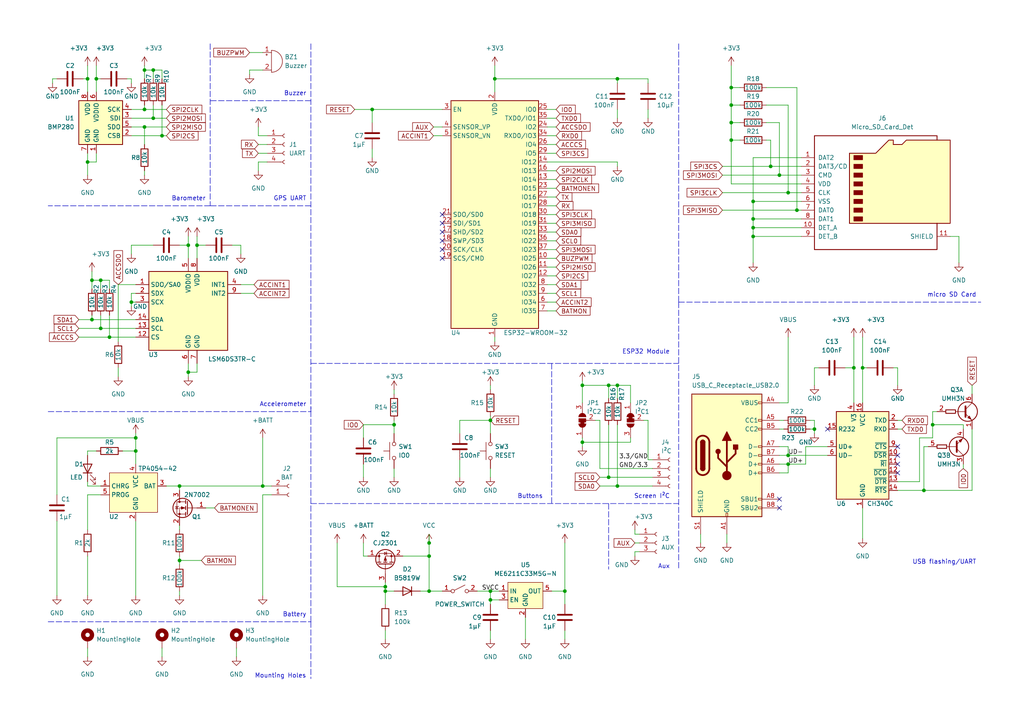
<source format=kicad_sch>
(kicad_sch (version 20211123) (generator eeschema)
  (paper "A4")
  (title_block (title "crossometer mini") (date "2022-08-08") (rev "0.1") (company "crossometer") (comment 1 "Thibaut \"Fredszaq\" Lorrain"))
  (junction (at 39.37 130.81))
  (junction (at 218.44 66.04))
  (junction (at 176.53 111.76))
  (junction (at 26.67 81.28))
  (junction (at 226.06 50.8))
  (junction (at 54.61 71.12))
  (junction (at 270.51 123.19))
  (junction (at 111.76 171.45))
  (junction (at 179.07 140.97))
  (junction (at 168.91 111.76))
  (junction (at 212.09 35.56))
  (junction (at 267.97 142.24))
  (junction (at 176.53 138.43))
  (junction (at 124.46 157.48))
  (junction (at 44.45 20.32))
  (junction (at 231.14 60.96))
  (junction (at 111.76 170.18))
  (junction (at 142.24 173.99))
  (junction (at 25.4 22.86))
  (junction (at 31.75 97.79))
  (junction (at 29.21 81.28))
  (junction (at 247.65 106.68))
  (junction (at 41.91 31.75))
  (junction (at 52.07 162.56))
  (junction (at 114.3 123.19))
  (junction (at 142.24 121.92))
  (junction (at 212.09 40.64))
  (junction (at 27.94 22.86))
  (junction (at 46.99 39.37))
  (junction (at 163.83 171.45))
  (junction (at 168.91 128.27))
  (junction (at 218.44 68.58))
  (junction (at 142.24 171.45))
  (junction (at 44.45 34.29))
  (junction (at 218.44 58.42))
  (junction (at 38.1 87.63))
  (junction (at 124.46 171.45))
  (junction (at 228.6 55.88))
  (junction (at 41.91 20.32))
  (junction (at 39.37 127))
  (junction (at 25.4 46.99))
  (junction (at 179.07 111.76))
  (junction (at 41.91 36.83))
  (junction (at 236.22 124.46))
  (junction (at 76.2 140.97))
  (junction (at 143.51 22.86))
  (junction (at 52.07 140.97))
  (junction (at 212.09 30.48))
  (junction (at 124.46 161.29))
  (junction (at 250.19 106.68))
  (junction (at 54.61 107.95))
  (junction (at 26.67 92.71))
  (junction (at 223.52 48.26))
  (junction (at 212.09 25.4))
  (junction (at 57.15 71.12))
  (junction (at 228.6 134.62))
  (junction (at 228.6 132.08))
  (junction (at 218.44 63.5))
  (junction (at 29.21 95.25))
  (junction (at 179.07 22.86))
  (junction (at 107.95 31.75))
  (no_connect (at 226.06 147.32))
  (no_connect (at 226.06 144.78))
  (no_connect (at 260.35 132.08))
  (no_connect (at 260.35 129.54))
  (no_connect (at 240.03 124.46))
  (no_connect (at 260.35 137.16))
  (no_connect (at 260.35 134.62))
  (no_connect (at 128.27 62.23))
  (no_connect (at 128.27 69.85))
  (no_connect (at 128.27 72.39))
  (no_connect (at 128.27 74.93))
  (no_connect (at 128.27 64.77))
  (no_connect (at 128.27 67.31))
  (wire (pts (xy 41.91 22.86) (xy 41.91 20.32)))
  (wire (pts (xy 232.41 53.34) (xy 212.09 53.34)))
  (wire (pts (xy 260.35 124.46) (xy 261.62 124.46)))
  (wire (pts (xy 232.41 68.58) (xy 218.44 68.58)))
  (wire (pts (xy 184.15 160.02) (xy 184.15 161.29)))
  (wire (pts (xy 39.37 125.73) (xy 39.37 127)))
  (wire (pts (xy 105.41 127) (xy 105.41 123.19)))
  (wire (pts (xy 68.58 187.96) (xy 68.58 190.5)))
  (wire (pts (xy 97.79 157.48) (xy 97.79 170.18)))
  (wire (pts (xy 111.76 171.45) (xy 111.76 170.18)))
  (wire (pts (xy 228.6 132.08) (xy 240.03 132.08)))
  (wire (pts (xy 176.53 123.19) (xy 176.53 138.43)))
  (wire (pts (xy 76.2 20.32) (xy 72.39 20.32)))
  (wire (pts (xy 187.96 133.35) (xy 189.23 133.35)))
  (wire (pts (xy 76.2 140.97) (xy 78.74 140.97)))
  (wire (pts (xy 270.51 119.38) (xy 270.51 123.19)))
  (wire (pts (xy 158.75 77.47) (xy 161.29 77.47)))
  (wire (pts (xy 226.06 134.62) (xy 228.6 134.62)))
  (wire (pts (xy 111.76 170.18) (xy 111.76 168.91)))
  (wire (pts (xy 74.93 39.37) (xy 74.93 36.83)))
  (wire (pts (xy 179.07 48.26) (xy 179.07 46.99)))
  (wire (pts (xy 232.41 60.96) (xy 231.14 60.96)))
  (wire (pts (xy 228.6 134.62) (xy 228.6 137.16)))
  (wire (pts (xy 259.08 106.68) (xy 260.35 106.68)))
  (wire (pts (xy 38.1 85.09) (xy 39.37 85.09)))
  (wire (pts (xy 16.51 151.13) (xy 16.51 172.72)))
  (wire (pts (xy 29.21 95.25) (xy 39.37 95.25)))
  (wire (pts (xy 26.67 78.74) (xy 26.67 81.28)))
  (wire (pts (xy 209.55 55.88) (xy 228.6 55.88)))
  (wire (pts (xy 27.94 22.86) (xy 29.21 22.86)))
  (wire (pts (xy 78.74 143.51) (xy 76.2 143.51)))
  (wire (pts (xy 38.1 39.37) (xy 46.99 39.37)))
  (wire (pts (xy 72.39 15.24) (xy 76.2 15.24)))
  (wire (pts (xy 133.35 133.35) (xy 133.35 138.43)))
  (wire (pts (xy 97.79 170.18) (xy 111.76 170.18)))
  (wire (pts (xy 236.22 125.73) (xy 236.22 124.46)))
  (wire (pts (xy 38.1 24.13) (xy 38.1 22.86)))
  (wire (pts (xy 57.15 71.12) (xy 57.15 74.93)))
  (wire (pts (xy 158.75 74.93) (xy 161.29 74.93)))
  (wire (pts (xy 179.07 111.76) (xy 176.53 111.76)))
  (wire (pts (xy 158.75 62.23) (xy 161.29 62.23)))
  (wire (pts (xy 184.15 154.94) (xy 184.15 153.67)))
  (wire (pts (xy 26.67 91.44) (xy 26.67 92.71)))
  (polyline (pts (xy 90.17 180.34) (xy 90.17 196.85)))
  (wire (pts (xy 54.61 105.41) (xy 54.61 107.95)))
  (wire (pts (xy 185.42 160.02) (xy 184.15 160.02)))
  (wire (pts (xy 107.95 31.75) (xy 128.27 31.75)))
  (wire (pts (xy 143.51 97.79) (xy 143.51 99.06)))
  (wire (pts (xy 25.4 140.97) (xy 29.21 140.97)))
  (wire (pts (xy 46.99 187.96) (xy 46.99 190.5)))
  (wire (pts (xy 279.4 134.62) (xy 279.4 135.89)))
  (wire (pts (xy 226.06 129.54) (xy 228.6 129.54)))
  (wire (pts (xy 218.44 45.72) (xy 218.44 58.42)))
  (wire (pts (xy 41.91 36.83) (xy 48.26 36.83)))
  (wire (pts (xy 185.42 154.94) (xy 184.15 154.94)))
  (wire (pts (xy 168.91 127) (xy 168.91 128.27)))
  (wire (pts (xy 124.46 154.94) (xy 124.46 157.48)))
  (wire (pts (xy 25.4 143.51) (xy 25.4 153.67)))
  (wire (pts (xy 121.92 171.45) (xy 124.46 171.45)))
  (wire (pts (xy 158.75 90.17) (xy 161.29 90.17)))
  (wire (pts (xy 31.75 81.28) (xy 29.21 81.28)))
  (wire (pts (xy 203.2 154.94) (xy 203.2 157.48)))
  (wire (pts (xy 41.91 31.75) (xy 48.26 31.75)))
  (wire (pts (xy 111.76 171.45) (xy 111.76 175.26)))
  (polyline (pts (xy 90.17 29.21) (xy 60.96 29.21)))
  (wire (pts (xy 39.37 87.63) (xy 38.1 87.63)))
  (wire (pts (xy 138.43 171.45) (xy 142.24 171.45)))
  (wire (pts (xy 158.75 72.39) (xy 161.29 72.39)))
  (wire (pts (xy 173.99 140.97) (xy 179.07 140.97)))
  (wire (pts (xy 233.68 134.62) (xy 228.6 134.62)))
  (wire (pts (xy 116.84 161.29) (xy 124.46 161.29)))
  (wire (pts (xy 160.02 171.45) (xy 163.83 171.45)))
  (wire (pts (xy 228.6 97.79) (xy 228.6 116.84)))
  (wire (pts (xy 142.24 173.99) (xy 142.24 175.26)))
  (polyline (pts (xy 176.53 146.05) (xy 176.53 165.1)))
  (wire (pts (xy 24.13 22.86) (xy 25.4 22.86)))
  (wire (pts (xy 29.21 143.51) (xy 25.4 143.51)))
  (wire (pts (xy 27.94 22.86) (xy 27.94 26.67)))
  (wire (pts (xy 52.07 140.97) (xy 52.07 142.24)))
  (wire (pts (xy 228.6 30.48) (xy 228.6 55.88)))
  (wire (pts (xy 245.11 106.68) (xy 247.65 106.68)))
  (polyline (pts (xy 160.02 105.41) (xy 160.02 146.05)))
  (polyline (pts (xy 90.17 59.69) (xy 60.96 59.69)))
  (wire (pts (xy 27.94 19.05) (xy 27.94 22.86)))
  (wire (pts (xy 212.09 25.4) (xy 214.63 25.4)))
  (wire (pts (xy 143.51 19.05) (xy 143.51 22.86)))
  (wire (pts (xy 260.35 142.24) (xy 267.97 142.24)))
  (wire (pts (xy 222.25 35.56) (xy 226.06 35.56)))
  (wire (pts (xy 25.4 187.96) (xy 25.4 190.5)))
  (wire (pts (xy 35.56 130.81) (xy 39.37 130.81)))
  (wire (pts (xy 234.95 124.46) (xy 236.22 124.46)))
  (wire (pts (xy 54.61 71.12) (xy 54.61 74.93)))
  (wire (pts (xy 218.44 58.42) (xy 218.44 63.5)))
  (wire (pts (xy 22.86 92.71) (xy 26.67 92.71)))
  (wire (pts (xy 218.44 68.58) (xy 218.44 76.2)))
  (wire (pts (xy 39.37 127) (xy 39.37 130.81)))
  (wire (pts (xy 38.1 36.83) (xy 41.91 36.83)))
  (wire (pts (xy 210.82 154.94) (xy 210.82 157.48)))
  (wire (pts (xy 105.41 134.62) (xy 105.41 138.43)))
  (wire (pts (xy 184.15 157.48) (xy 185.42 157.48)))
  (wire (pts (xy 76.2 143.51) (xy 76.2 172.72)))
  (wire (pts (xy 226.06 132.08) (xy 228.6 132.08)))
  (wire (pts (xy 231.14 25.4) (xy 231.14 60.96)))
  (wire (pts (xy 179.07 111.76) (xy 179.07 115.57)))
  (wire (pts (xy 158.75 64.77) (xy 161.29 64.77)))
  (wire (pts (xy 161.29 52.07) (xy 158.75 52.07)))
  (wire (pts (xy 179.07 24.13) (xy 179.07 22.86)))
  (wire (pts (xy 223.52 48.26) (xy 232.41 48.26)))
  (wire (pts (xy 46.99 22.86) (xy 46.99 20.32)))
  (wire (pts (xy 48.26 140.97) (xy 52.07 140.97)))
  (wire (pts (xy 232.41 55.88) (xy 228.6 55.88)))
  (wire (pts (xy 54.61 107.95) (xy 57.15 107.95)))
  (wire (pts (xy 38.1 34.29) (xy 44.45 34.29)))
  (wire (pts (xy 41.91 19.05) (xy 41.91 20.32)))
  (wire (pts (xy 161.29 44.45) (xy 158.75 44.45)))
  (wire (pts (xy 114.3 123.19) (xy 114.3 121.92)))
  (wire (pts (xy 107.95 43.18) (xy 107.95 45.72)))
  (wire (pts (xy 59.69 71.12) (xy 57.15 71.12)))
  (wire (pts (xy 142.24 138.43) (xy 142.24 135.89)))
  (wire (pts (xy 152.4 179.07) (xy 152.4 185.42)))
  (wire (pts (xy 218.44 63.5) (xy 232.41 63.5)))
  (wire (pts (xy 212.09 30.48) (xy 214.63 30.48)))
  (wire (pts (xy 182.88 127) (xy 182.88 128.27)))
  (wire (pts (xy 142.24 111.76) (xy 142.24 113.03)))
  (wire (pts (xy 142.24 173.99) (xy 144.78 173.99)))
  (wire (pts (xy 143.51 22.86) (xy 143.51 26.67)))
  (wire (pts (xy 27.94 44.45) (xy 27.94 46.99)))
  (wire (pts (xy 25.4 139.7) (xy 25.4 140.97)))
  (wire (pts (xy 124.46 161.29) (xy 124.46 171.45)))
  (wire (pts (xy 163.83 157.48) (xy 163.83 171.45)))
  (wire (pts (xy 281.94 124.46) (xy 281.94 142.24)))
  (wire (pts (xy 237.49 106.68) (xy 236.22 106.68)))
  (polyline (pts (xy 60.96 59.69) (xy 13.97 59.69)))
  (wire (pts (xy 218.44 66.04) (xy 218.44 68.58)))
  (polyline (pts (xy 60.96 12.7) (xy 60.96 59.69)))
  (wire (pts (xy 270.51 123.19) (xy 270.51 127)))
  (wire (pts (xy 250.19 106.68) (xy 250.19 116.84)))
  (wire (pts (xy 231.14 60.96) (xy 209.55 60.96)))
  (wire (pts (xy 228.6 137.16) (xy 226.06 137.16)))
  (wire (pts (xy 158.75 69.85) (xy 161.29 69.85)))
  (wire (pts (xy 270.51 123.19) (xy 279.4 123.19)))
  (wire (pts (xy 26.67 81.28) (xy 26.67 83.82)))
  (wire (pts (xy 275.59 68.58) (xy 278.13 68.58)))
  (wire (pts (xy 269.24 129.54) (xy 267.97 129.54)))
  (wire (pts (xy 69.85 85.09) (xy 73.66 85.09)))
  (wire (pts (xy 270.51 119.38) (xy 271.78 119.38)))
  (wire (pts (xy 226.06 124.46) (xy 227.33 124.46)))
  (wire (pts (xy 38.1 87.63) (xy 38.1 88.9)))
  (wire (pts (xy 182.88 116.84) (xy 182.88 111.76)))
  (wire (pts (xy 29.21 81.28) (xy 29.21 83.82)))
  (wire (pts (xy 25.4 19.05) (xy 25.4 22.86)))
  (wire (pts (xy 46.99 20.32) (xy 44.45 20.32)))
  (wire (pts (xy 232.41 50.8) (xy 226.06 50.8)))
  (wire (pts (xy 38.1 85.09) (xy 38.1 87.63)))
  (wire (pts (xy 158.75 54.61) (xy 161.29 54.61)))
  (wire (pts (xy 182.88 128.27) (xy 168.91 128.27)))
  (wire (pts (xy 41.91 49.53) (xy 41.91 50.8)))
  (wire (pts (xy 163.83 182.88) (xy 163.83 185.42)))
  (wire (pts (xy 114.3 135.89) (xy 114.3 138.43)))
  (wire (pts (xy 26.67 81.28) (xy 29.21 81.28)))
  (wire (pts (xy 125.73 36.83) (xy 128.27 36.83)))
  (wire (pts (xy 111.76 171.45) (xy 114.3 171.45)))
  (wire (pts (xy 173.99 121.92) (xy 173.99 135.89)))
  (wire (pts (xy 124.46 171.45) (xy 128.27 171.45)))
  (wire (pts (xy 15.24 22.86) (xy 15.24 24.13)))
  (wire (pts (xy 182.88 111.76) (xy 179.07 111.76)))
  (wire (pts (xy 233.68 129.54) (xy 233.68 134.62)))
  (wire (pts (xy 267.97 129.54) (xy 267.97 142.24)))
  (wire (pts (xy 143.51 22.86) (xy 179.07 22.86)))
  (wire (pts (xy 212.09 40.64) (xy 212.09 35.56)))
  (wire (pts (xy 266.7 127) (xy 266.7 139.7)))
  (wire (pts (xy 173.99 138.43) (xy 176.53 138.43)))
  (wire (pts (xy 158.75 85.09) (xy 161.29 85.09)))
  (wire (pts (xy 39.37 151.13) (xy 39.37 172.72)))
  (wire (pts (xy 142.24 171.45) (xy 142.24 173.99)))
  (wire (pts (xy 281.94 111.76) (xy 281.94 114.3)))
  (wire (pts (xy 76.2 127) (xy 76.2 140.97)))
  (wire (pts (xy 232.41 66.04) (xy 218.44 66.04)))
  (polyline (pts (xy 196.85 87.63) (xy 196.85 87.63)))
  (wire (pts (xy 34.29 106.68) (xy 34.29 109.22)))
  (wire (pts (xy 260.35 139.7) (xy 266.7 139.7)))
  (wire (pts (xy 16.51 22.86) (xy 15.24 22.86)))
  (polyline (pts (xy 90.17 180.34) (xy 90.17 118.11)))
  (wire (pts (xy 228.6 116.84) (xy 226.06 116.84)))
  (wire (pts (xy 172.72 121.92) (xy 173.99 121.92)))
  (wire (pts (xy 187.96 22.86) (xy 179.07 22.86)))
  (wire (pts (xy 279.4 124.46) (xy 279.4 123.19)))
  (wire (pts (xy 240.03 129.54) (xy 233.68 129.54)))
  (wire (pts (xy 67.31 71.12) (xy 69.85 71.12)))
  (wire (pts (xy 226.06 121.92) (xy 227.33 121.92)))
  (wire (pts (xy 54.61 68.58) (xy 54.61 71.12)))
  (polyline (pts (xy 13.97 180.34) (xy 90.17 180.34)))
  (wire (pts (xy 22.86 97.79) (xy 31.75 97.79)))
  (wire (pts (xy 52.07 162.56) (xy 52.07 163.83)))
  (wire (pts (xy 41.91 30.48) (xy 41.91 31.75)))
  (wire (pts (xy 111.76 182.88) (xy 111.76 185.42)))
  (wire (pts (xy 278.13 68.58) (xy 278.13 76.2)))
  (wire (pts (xy 158.75 31.75) (xy 161.29 31.75)))
  (polyline (pts (xy 13.97 119.38) (xy 90.17 119.38)))
  (wire (pts (xy 222.25 30.48) (xy 228.6 30.48)))
  (wire (pts (xy 114.3 125.73) (xy 114.3 123.19)))
  (wire (pts (xy 158.75 80.01) (xy 161.29 80.01)))
  (wire (pts (xy 54.61 107.95) (xy 54.61 109.22)))
  (wire (pts (xy 186.69 121.92) (xy 187.96 121.92)))
  (wire (pts (xy 158.75 87.63) (xy 161.29 87.63)))
  (wire (pts (xy 142.24 121.92) (xy 142.24 125.73)))
  (wire (pts (xy 41.91 36.83) (xy 41.91 41.91)))
  (wire (pts (xy 31.75 91.44) (xy 31.75 97.79)))
  (wire (pts (xy 226.06 35.56) (xy 226.06 50.8)))
  (wire (pts (xy 179.07 140.97) (xy 189.23 140.97)))
  (wire (pts (xy 44.45 71.12) (xy 38.1 71.12)))
  (wire (pts (xy 52.07 161.29) (xy 52.07 162.56)))
  (wire (pts (xy 187.96 121.92) (xy 187.96 133.35)))
  (wire (pts (xy 46.99 39.37) (xy 48.26 39.37)))
  (wire (pts (xy 52.07 152.4) (xy 52.07 153.67)))
  (wire (pts (xy 59.69 147.32) (xy 62.23 147.32)))
  (wire (pts (xy 16.51 127) (xy 39.37 127)))
  (wire (pts (xy 176.53 138.43) (xy 189.23 138.43)))
  (wire (pts (xy 125.73 39.37) (xy 128.27 39.37)))
  (wire (pts (xy 38.1 31.75) (xy 41.91 31.75)))
  (wire (pts (xy 187.96 24.13) (xy 187.96 22.86)))
  (wire (pts (xy 161.29 59.69) (xy 158.75 59.69)))
  (wire (pts (xy 124.46 157.48) (xy 124.46 161.29)))
  (wire (pts (xy 102.87 31.75) (xy 107.95 31.75)))
  (wire (pts (xy 133.35 125.73) (xy 133.35 121.92)))
  (polyline (pts (xy 90.17 12.7) (xy 90.17 119.38)))
  (polyline (pts (xy 90.17 146.05) (xy 196.85 146.05)))
  (wire (pts (xy 218.44 63.5) (xy 218.44 66.04)))
  (wire (pts (xy 74.93 46.99) (xy 74.93 49.53)))
  (wire (pts (xy 77.47 46.99) (xy 74.93 46.99)))
  (wire (pts (xy 158.75 36.83) (xy 161.29 36.83)))
  (wire (pts (xy 250.19 106.68) (xy 251.46 106.68)))
  (wire (pts (xy 52.07 171.45) (xy 52.07 172.72)))
  (wire (pts (xy 44.45 30.48) (xy 44.45 34.29)))
  (wire (pts (xy 22.86 95.25) (xy 29.21 95.25)))
  (polyline (pts (xy 90.17 105.41) (xy 196.85 105.41)))
  (wire (pts (xy 232.41 45.72) (xy 218.44 45.72)))
  (wire (pts (xy 105.41 123.19) (xy 114.3 123.19)))
  (wire (pts (xy 114.3 113.03) (xy 114.3 114.3)))
  (wire (pts (xy 52.07 71.12) (xy 54.61 71.12)))
  (wire (pts (xy 260.35 121.92) (xy 261.62 121.92)))
  (wire (pts (xy 209.55 50.8) (xy 226.06 50.8)))
  (wire (pts (xy 212.09 40.64) (xy 214.63 40.64)))
  (wire (pts (xy 74.93 41.91) (xy 77.47 41.91)))
  (wire (pts (xy 158.75 82.55) (xy 161.29 82.55)))
  (wire (pts (xy 234.95 121.92) (xy 236.22 121.92)))
  (wire (pts (xy 69.85 82.55) (xy 73.66 82.55)))
  (wire (pts (xy 247.65 97.79) (xy 247.65 106.68)))
  (wire (pts (xy 106.68 161.29) (xy 105.41 161.29)))
  (wire (pts (xy 212.09 53.34) (xy 212.09 40.64)))
  (wire (pts (xy 158.75 41.91) (xy 161.29 41.91)))
  (wire (pts (xy 34.29 82.55) (xy 34.29 99.06)))
  (wire (pts (xy 228.6 129.54) (xy 228.6 132.08)))
  (wire (pts (xy 133.35 121.92) (xy 142.24 121.92)))
  (wire (pts (xy 168.91 128.27) (xy 168.91 129.54)))
  (wire (pts (xy 77.47 39.37) (xy 74.93 39.37)))
  (polyline (pts (xy 196.85 12.7) (xy 196.85 87.63)))
  (wire (pts (xy 158.75 67.31) (xy 161.29 67.31)))
  (wire (pts (xy 39.37 97.79) (xy 31.75 97.79)))
  (wire (pts (xy 74.93 44.45) (xy 77.47 44.45)))
  (wire (pts (xy 57.15 105.41) (xy 57.15 107.95)))
  (wire (pts (xy 44.45 34.29) (xy 48.26 34.29)))
  (wire (pts (xy 179.07 31.75) (xy 179.07 34.29)))
  (wire (pts (xy 46.99 30.48) (xy 46.99 39.37)))
  (wire (pts (xy 267.97 142.24) (xy 281.94 142.24)))
  (wire (pts (xy 168.91 110.49) (xy 168.91 111.76)))
  (wire (pts (xy 247.65 106.68) (xy 247.65 116.84)))
  (wire (pts (xy 176.53 111.76) (xy 176.53 115.57)))
  (wire (pts (xy 168.91 111.76) (xy 168.91 116.84)))
  (wire (pts (xy 236.22 121.92) (xy 236.22 124.46)))
  (wire (pts (xy 57.15 68.58) (xy 57.15 71.12)))
  (wire (pts (xy 163.83 171.45) (xy 163.83 175.26)))
  (wire (pts (xy 179.07 123.19) (xy 179.07 140.97)))
  (wire (pts (xy 212.09 35.56) (xy 214.63 35.56)))
  (wire (pts (xy 31.75 83.82) (xy 31.75 81.28)))
  (wire (pts (xy 105.41 161.29) (xy 105.41 157.48)))
  (wire (pts (xy 107.95 31.75) (xy 107.95 35.56)))
  (wire (pts (xy 212.09 35.56) (xy 212.09 30.48)))
  (wire (pts (xy 236.22 106.68) (xy 236.22 111.76)))
  (wire (pts (xy 187.96 31.75) (xy 187.96 34.29)))
  (wire (pts (xy 29.21 91.44) (xy 29.21 95.25)))
  (wire (pts (xy 158.75 46.99) (xy 179.07 46.99)))
  (wire (pts (xy 25.4 46.99) (xy 25.4 50.8)))
  (wire (pts (xy 26.67 92.71) (xy 39.37 92.71)))
  (wire (pts (xy 161.29 49.53) (xy 158.75 49.53)))
  (wire (pts (xy 41.91 20.32) (xy 44.45 20.32)))
  (wire (pts (xy 158.75 39.37) (xy 161.29 39.37)))
  (wire (pts (xy 34.29 82.55) (xy 39.37 82.55)))
  (wire (pts (xy 158.75 34.29) (xy 161.29 34.29)))
  (wire (pts (xy 223.52 40.64) (xy 223.52 48.26)))
  (wire (pts (xy 189.23 135.89) (xy 173.99 135.89)))
  (wire (pts (xy 38.1 22.86) (xy 36.83 22.86)))
  (wire (pts (xy 16.51 127) (xy 16.51 143.51)))
  (wire (pts (xy 222.25 25.4) (xy 231.14 25.4)))
  (wire (pts (xy 25.4 46.99) (xy 27.94 46.99)))
  (wire (pts (xy 222.25 40.64) (xy 223.52 40.64)))
  (wire (pts (xy 25.4 22.86) (xy 25.4 26.67)))
  (wire (pts (xy 176.53 111.76) (xy 168.91 111.76)))
  (wire (pts (xy 39.37 130.81) (xy 39.37 134.62)))
  (wire (pts (xy 142.24 120.65) (xy 142.24 121.92)))
  (wire (pts (xy 72.39 20.32) (xy 72.39 21.59)))
  (wire (pts (xy 25.4 44.45) (xy 25.4 46.99)))
  (polyline (pts (xy 196.85 87.63) (xy 196.85 165.1)))
  (wire (pts (xy 250.19 97.79) (xy 250.19 106.68)))
  (wire (pts (xy 212.09 30.48) (xy 212.09 25.4)))
  (wire (pts (xy 250.19 147.32) (xy 250.19 156.21)))
  (wire (pts (xy 212.09 25.4) (xy 212.09 19.05)))
  (wire (pts (xy 142.24 182.88) (xy 142.24 185.42)))
  (wire (pts (xy 69.85 71.12) (xy 69.85 73.66)))
  (wire (pts (xy 218.44 58.42) (xy 232.41 58.42)))
  (wire (pts (xy 209.55 48.26) (xy 223.52 48.26)))
  (wire (pts (xy 260.35 106.68) (xy 260.35 111.76)))
  (wire (pts (xy 25.4 130.81) (xy 27.94 130.81)))
  (wire (pts (xy 52.07 140.97) (xy 76.2 140.97)))
  (wire (pts (xy 270.51 127) (xy 266.7 127)))
  (wire (pts (xy 25.4 130.81) (xy 25.4 132.08)))
  (wire (pts (xy 142.24 171.45) (xy 144.78 171.45)))
  (wire (pts (xy 161.29 57.15) (xy 158.75 57.15)))
  (wire (pts (xy 38.1 71.12) (xy 38.1 73.66)))
  (polyline (pts (xy 196.85 87.63) (xy 284.48 87.63)))
  (wire (pts (xy 44.45 20.32) (xy 44.45 22.86)))
  (wire (pts (xy 52.07 162.56) (xy 58.42 162.56)))
  (wire (pts (xy 25.4 161.29) (xy 25.4 172.72)))
  (text "USB flashing/UART" (at 283.21 163.83 180) (effects (font (size 1.27 1.27)) (justify right bottom)))
  (text "micro SD Card" (at 283.21 86.36 180) (effects (font (size 1.27 1.27)) (justify right bottom)))
  (text "ESP32 Module" (at 194.31 102.87 180) (effects (font (size 1.27 1.27)) (justify right bottom)))
  (text "Accelerometer" (at 88.9 118.11 180) (effects (font (size 1.27 1.27)) (justify right bottom)))
  (text "Buttons" (at 157.48 144.78 180) (effects (font (size 1.27 1.27)) (justify right bottom)))
  (text "Buzzer" (at 88.9 27.94 180) (effects (font (size 1.27 1.27)) (justify right bottom)))
  (text "Mounting Holes" (at 88.8302 196.85 180) (effects (font (size 1.27 1.27)) (justify right bottom)))
  (text "Battery" (at 88.9 179.07 180) (effects (font (size 1.27 1.27)) (justify right bottom)))
  (text "Screen I²C" (at 194.31 144.78 180) (effects (font (size 1.27 1.27)) (justify right bottom)))
  (text "GPS UART" (at 88.9 58.42 180) (effects (font (size 1.27 1.27)) (justify right bottom)))
  (text "Aux" (at 194.31 165.1 180) (effects (font (size 1.27 1.27)) (justify right bottom)))
  (text "Barometer" (at 59.69 58.42 180) (effects (font (size 1.27 1.27)) (justify right bottom)))
  (label "GND{slash}3.3" (at 187.96 135.89 180))
  (label "UD+" (at 228.6 134.62 0))
  (label "3.3{slash}GND" (at 187.96 133.35 180))
  (label "SVCC" (at 144.78 171.45 180))
  (label "UD-" (at 228.6 132.08 0))
  (global_label "SPI2CS" (shape input) (at 48.26 39.37 0) (property "Références Inter-Feuilles" "${INTERSHEET_REFS}" (effects hide)))
  (global_label "SDA0" (shape input) (at 161.29 67.31 0) (property "Références Inter-Feuilles" "${INTERSHEET_REFS}" (effects hide)))
  (global_label "ACCINT2" (shape input) (at 73.66 85.09 0) (property "Références Inter-Feuilles" "${INTERSHEET_REFS}" (effects hide)))
  (global_label "SCL0" (shape input) (at 173.99 138.43 180) (property "Références Inter-Feuilles" "${INTERSHEET_REFS}" (effects hide)))
  (global_label "BUZPWM" (shape input) (at 72.39 15.24 180) (property "Références Inter-Feuilles" "${INTERSHEET_REFS}" (effects hide)))
  (global_label "SPI2MISO" (shape input) (at 161.29 77.47 0) (property "Références Inter-Feuilles" "${INTERSHEET_REFS}" (effects hide)))
  (global_label "RXD0" (shape input) (at 261.62 121.92 0) (property "Références Inter-Feuilles" "${INTERSHEET_REFS}" (effects hide)))
  (global_label "RXD0" (shape input) (at 161.29 39.37 0) (property "Références Inter-Feuilles" "${INTERSHEET_REFS}" (effects hide)))
  (global_label "SPI2MISO" (shape input) (at 48.26 36.83 0) (property "Références Inter-Feuilles" "${INTERSHEET_REFS}" (effects hide)))
  (global_label "BATMONEN" (shape input) (at 161.29 54.61 0) (property "Références Inter-Feuilles" "${INTERSHEET_REFS}" (effects hide)))
  (global_label "SCL1" (shape input) (at 22.86 95.25 180) (property "Références Inter-Feuilles" "${INTERSHEET_REFS}" (effects hide)))
  (global_label "TX" (shape input) (at 161.29 57.15 0) (property "Références Inter-Feuilles" "${INTERSHEET_REFS}" (effects hide)))
  (global_label "SPI3CLK" (shape input) (at 209.55 55.88 180) (property "Références Inter-Feuilles" "${INTERSHEET_REFS}" (effects hide)))
  (global_label "SPI3MOSI" (shape input) (at 209.55 50.8 180) (property "Références Inter-Feuilles" "${INTERSHEET_REFS}" (effects hide)))
  (global_label "IO0" (shape input) (at 279.4 135.89 270) (property "Références Inter-Feuilles" "${INTERSHEET_REFS}" (effects hide)))
  (global_label "AUX" (shape input) (at 184.15 157.48 180) (property "Références Inter-Feuilles" "${INTERSHEET_REFS}" (effects hide)))
  (global_label "AUX" (shape input) (at 125.73 36.83 180) (property "Références Inter-Feuilles" "${INTERSHEET_REFS}" (effects hide)))
  (global_label "RESET" (shape input) (at 281.94 111.76 90) (property "Références Inter-Feuilles" "${INTERSHEET_REFS}" (effects hide)))
  (global_label "SDA1" (shape input) (at 161.29 82.55 0) (property "Références Inter-Feuilles" "${INTERSHEET_REFS}" (effects hide)))
  (global_label "SPI3MISO" (shape input) (at 161.29 64.77 0) (property "Références Inter-Feuilles" "${INTERSHEET_REFS}" (effects hide)))
  (global_label "SPI3MISO" (shape input) (at 209.55 60.96 180) (property "Références Inter-Feuilles" "${INTERSHEET_REFS}" (effects hide)))
  (global_label "SDA1" (shape input) (at 22.86 92.71 180) (property "Références Inter-Feuilles" "${INTERSHEET_REFS}" (effects hide)))
  (global_label "BATMONEN" (shape input) (at 62.23 147.32 0) (property "Références Inter-Feuilles" "${INTERSHEET_REFS}" (effects hide)))
  (global_label "TX" (shape input) (at 74.93 44.45 180) (property "Références Inter-Feuilles" "${INTERSHEET_REFS}" (effects hide)))
  (global_label "SCL0" (shape input) (at 161.29 69.85 0) (property "Références Inter-Feuilles" "${INTERSHEET_REFS}" (effects hide)))
  (global_label "IO0" (shape input) (at 161.29 31.75 0) (property "Références Inter-Feuilles" "${INTERSHEET_REFS}" (effects hide)))
  (global_label "ACCCS" (shape input) (at 161.29 41.91 0) (property "Références Inter-Feuilles" "${INTERSHEET_REFS}" (effects hide)))
  (global_label "ACCINT1" (shape input) (at 125.73 39.37 180) (property "Références Inter-Feuilles" "${INTERSHEET_REFS}" (effects hide)))
  (global_label "BATMON" (shape input) (at 161.29 90.17 0) (property "Références Inter-Feuilles" "${INTERSHEET_REFS}" (effects hide)))
  (global_label "SPI2CLK" (shape input) (at 161.29 52.07 0) (property "Références Inter-Feuilles" "${INTERSHEET_REFS}" (effects hide)))
  (global_label "SPI2MOSI" (shape input) (at 48.26 34.29 0) (property "Références Inter-Feuilles" "${INTERSHEET_REFS}" (effects hide)))
  (global_label "TXD0" (shape input) (at 161.29 34.29 0) (property "Références Inter-Feuilles" "${INTERSHEET_REFS}" (effects hide)))
  (global_label "SCL1" (shape input) (at 161.29 85.09 0) (property "Références Inter-Feuilles" "${INTERSHEET_REFS}" (effects hide)))
  (global_label "BATMON" (shape input) (at 58.42 162.56 0) (property "Références Inter-Feuilles" "${INTERSHEET_REFS}" (effects hide)))
  (global_label "SDA0" (shape input) (at 173.99 140.97 180) (property "Références Inter-Feuilles" "${INTERSHEET_REFS}" (effects hide)))
  (global_label "ACCINT1" (shape input) (at 73.66 82.55 0) (property "Références Inter-Feuilles" "${INTERSHEET_REFS}" (effects hide)))
  (global_label "SPI3CS" (shape input) (at 161.29 44.45 0) (property "Références Inter-Feuilles" "${INTERSHEET_REFS}" (effects hide)))
  (global_label "BUZPWM" (shape input) (at 161.29 74.93 0) (property "Références Inter-Feuilles" "${INTERSHEET_REFS}" (effects hide)))
  (global_label "SPI2CLK" (shape input) (at 48.26 31.75 0) (property "Références Inter-Feuilles" "${INTERSHEET_REFS}" (effects hide)))
  (global_label "IO0" (shape input) (at 105.41 123.19 180) (property "Références Inter-Feuilles" "${INTERSHEET_REFS}" (effects hide)))
  (global_label "SPI3CS" (shape input) (at 209.55 48.26 180) (property "Références Inter-Feuilles" "${INTERSHEET_REFS}" (effects hide)))
  (global_label "ACCINT2" (shape input) (at 161.29 87.63 0) (property "Références Inter-Feuilles" "${INTERSHEET_REFS}" (effects hide)))
  (global_label "TXD0" (shape input) (at 261.62 124.46 0) (property "Références Inter-Feuilles" "${INTERSHEET_REFS}" (effects hide)))
  (global_label "RESET" (shape input) (at 142.24 121.92 0) (property "Références Inter-Feuilles" "${INTERSHEET_REFS}" (effects hide)))
  (global_label "SPI2CS" (shape input) (at 161.29 80.01 0) (property "Références Inter-Feuilles" "${INTERSHEET_REFS}" (effects hide)))
  (global_label "SPI2MOSI" (shape input) (at 161.29 49.53 0) (property "Références Inter-Feuilles" "${INTERSHEET_REFS}" (effects hide)))
  (global_label "ACCSDO" (shape input) (at 161.29 36.83 0) (property "Références Inter-Feuilles" "${INTERSHEET_REFS}" (effects hide)))
  (global_label "SPI3MOSI" (shape input) (at 161.29 72.39 0) (property "Références Inter-Feuilles" "${INTERSHEET_REFS}" (effects hide)))
  (global_label "RESET" (shape input) (at 102.87 31.75 180) (property "Références Inter-Feuilles" "${INTERSHEET_REFS}" (effects hide)))
  (global_label "ACCSDO" (shape input) (at 34.29 82.55 90) (property "Références Inter-Feuilles" "${INTERSHEET_REFS}" (effects hide)))
  (global_label "SPI3CLK" (shape input) (at 161.29 62.23 0) (property "Références Inter-Feuilles" "${INTERSHEET_REFS}" (effects hide)))
  (global_label "RX" (shape input) (at 161.29 59.69 0) (property "Références Inter-Feuilles" "${INTERSHEET_REFS}" (effects hide)))
  (global_label "ACCCS" (shape input) (at 22.86 97.79 180) (property "Références Inter-Feuilles" "${INTERSHEET_REFS}" (effects hide)))
  (global_label "RX" (shape input) (at 74.93 41.91 180) (property "Références Inter-Feuilles" "${INTERSHEET_REFS}" (effects hide)))
  (symbol (lib_id "Device:R") (at 114.3 118.11 180) (unit 1)
    (property "Reference" "R14" (at 110.49 118.11 0))
    (property "Value" "10k" (at 114.3 118.11 90))
    (property "Footprint" "Resistor_SMD:R_0402_1005Metric_Pad0.72x0.64mm_HandSolder" (effects hide))
    (property "LCSC" "C25744" (effects hide))
  )
  (symbol (lib_id "Device:C") (at 48.26 71.12 270) (unit 1)
    (property "Reference" "C4" (at 48.26 67.31 90))
    (property "Value" "100nF" (at 48.26 74.93 90))
    (property "Footprint" "Capacitor_SMD:C_0402_1005Metric_Pad0.74x0.62mm_HandSolder" (effects hide))
    (property "LCSC" "C1525" (effects hide))
  )
  (symbol (lib_id "Device:R") (at 176.53 119.38 180) (unit 1)
    (property "Reference" "R16" (at 177.8 114.3 90))
    (property "Value" "10k" (at 176.53 119.38 90))
    (property "Footprint" "Resistor_SMD:R_0402_1005Metric_Pad0.72x0.64mm_HandSolder" (effects hide))
    (property "LCSC" "C25744" (effects hide))
  )
  (symbol (lib_id "Device:R") (at 52.07 157.48 0) (unit 1)
    (property "Reference" "R11" (at 46.99 157.48 0) (effects (justify left)))
    (property "Value" "100k" (at 52.07 160.02 90) (effects (justify left)))
    (property "Footprint" "Resistor_SMD:R_0402_1005Metric_Pad0.72x0.64mm_HandSolder" (effects hide))
    (property "LCSC" "C25741" (effects hide))
  )
  (symbol (lib_id "Device:R") (at 34.29 102.87 180) (unit 1)
    (property "Reference" "R6" (at 31.75 102.87 0))
    (property "Value" "10k" (at 34.29 102.87 90))
    (property "Footprint" "Resistor_SMD:R_0402_1005Metric_Pad0.72x0.64mm_HandSolder" (effects hide))
    (property "LCSC" "C25744" (effects hide))
  )
  (symbol (lib_id "power:+BATT") (at 76.2 127 0) (mirror y) (unit 1)
    (property "Reference" "#PWR027" (effects hide))
    (property "Value" "+BATT" (at 76.2 121.92 0))
  )
  (symbol (lib_id "power:+3.3V") (at 212.09 19.05 0) (unit 1)
    (property "Reference" "#PWR055" (effects hide))
    (property "Value" "+3.3V" (at 212.09 13.97 0))
  )
  (symbol (lib_id "power:GND") (at 250.19 156.21 0) (unit 1)
    (property "Reference" "#PWR062" (effects hide))
    (property "Value" "GND" (at 250.19 161.29 0))
  )
  (symbol (lib_id "Device:R") (at 41.91 26.67 180) (unit 1)
    (property "Reference" "R7" (at 43.18 24.13 90) (effects (justify right)))
    (property "Value" "10k" (at 41.91 26.67 90))
    (property "Footprint" "Resistor_SMD:R_0402_1005Metric_Pad0.72x0.64mm_HandSolder" (effects hide))
    (property "LCSC" "C25744" (effects hide))
  )
  (symbol (lib_id "Sensor_Motion:LSM6DS3") (at 54.61 90.17 0) (unit 1)
    (property "Reference" "U3" (at 44.45 102.87 0))
    (property "Value" "LSM6DS3TR-C" (at 67.31 104.14 0))
    (property "Footprint" "Package_LGA:Bosch_LGA-14_3x2.5mm_P0.5mm" (effects hide))
    (property "Datasheet" "www.st.com/resource/en/datasheet/lsm6ds3.pdf" (effects hide))
    (property "LCSC" "C967633" (effects hide))
  )
  (symbol (lib_id "Connector:Conn_01x04_Female") (at 82.55 41.91 0) (unit 1)
    (property "Reference" "J1" (at 83.82 41.9099 0) (effects (justify left)))
    (property "Value" "UART" (at 83.82 44.4499 0) (effects (justify left)))
    (property "Footprint" "Connector_PinHeader_2.54mm:PinHeader_1x04_P2.54mm_Vertical" (effects hide))
  )
  (symbol (lib_id "power:GND") (at 25.4 190.5 0) (unit 1)
    (property "Reference" "#PWR06" (effects hide))
    (property "Value" "GND" (at 25.4 195.58 0))
  )
  (symbol (lib_id "Device:C") (at 187.96 27.94 0) (unit 1)
    (property "Reference" "C12" (at 193.04 27.94 0))
    (property "Value" "10µF" (at 193.04 30.48 0))
    (property "Footprint" "Capacitor_SMD:C_0402_1005Metric_Pad0.74x0.62mm_HandSolder" (effects hide))
    (property "LCSC" "C15525" (effects hide))
  )
  (symbol (lib_id "power:GND") (at 68.58 190.5 0) (unit 1)
    (property "Reference" "#PWR022" (effects hide))
    (property "Value" "GND" (at 68.58 195.58 0))
  )
  (symbol (lib_id "power:GND") (at 72.39 21.59 0) (unit 1)
    (property "Reference" "#PWR024" (effects hide))
    (property "Value" "GND" (at 72.39 26.67 0))
  )
  (symbol (lib_id "Device:C") (at 20.32 22.86 270) (unit 1)
    (property "Reference" "C2" (at 20.32 19.05 90))
    (property "Value" "100nF" (at 20.32 26.67 90))
    (property "Footprint" "Capacitor_SMD:C_0402_1005Metric_Pad0.74x0.62mm_HandSolder" (effects hide))
    (property "LCSC" "C1525" (effects hide))
  )
  (symbol (lib_id "Connector:Conn_01x03_Female") (at 190.5 157.48 0) (unit 1)
    (property "Reference" "J3" (at 191.77 156.2099 0) (effects (justify left)))
    (property "Value" "AUX" (at 191.77 158.7499 0) (effects (justify left)))
    (property "Footprint" "Connector_PinHeader_2.54mm:PinHeader_1x03_P2.54mm_Vertical" (effects hide))
  )
  (symbol (lib_id "Connector:USB_C_Receptacle_USB2.0") (at 210.82 132.08 0) (unit 1)
    (property "Reference" "J5" (at 201.93 109.22 0))
    (property "Value" "USB_C_Receptacle_USB2.0" (at 213.36 111.76 0))
    (property "Footprint" "Connector_USB:USB_C_Receptacle_XKB_U262-16XN-4BVC11" (effects hide))
    (property "Datasheet" "https://www.usb.org/sites/default/files/documents/usb_type-c.zip" (effects hide))
    (property "LCSC" "C319148" (effects hide))
  )
  (symbol (lib_id "power:GND") (at 179.07 48.26 0) (unit 1)
    (property "Reference" "#PWR049" (effects hide))
    (property "Value" "GND" (at 179.07 52.07 0))
  )
  (symbol (lib_id "power:+3.3V") (at 250.19 97.79 0) (unit 1)
    (property "Reference" "#PWR061" (effects hide))
    (property "Value" "+3.3V" (at 254 92.71 0))
  )
  (symbol (lib_id "Device:R") (at 31.75 130.81 90) (unit 1)
    (property "Reference" "R5" (at 31.75 128.27 90))
    (property "Value" "2k" (at 31.75 130.81 90))
    (property "Footprint" "Resistor_SMD:R_0402_1005Metric_Pad0.72x0.64mm_HandSolder" (effects hide))
    (property "LCSC" "C4109" (effects hide))
  )
  (symbol (lib_id "power:GND") (at 74.93 49.53 0) (unit 1)
    (property "Reference" "#PWR026" (effects hide))
    (property "Value" "GND" (at 74.93 54.61 0))
  )
  (symbol (lib_id "Device:C") (at 179.07 27.94 0) (unit 1)
    (property "Reference" "C11" (at 176.53 27.94 0) (effects (justify right)))
    (property "Value" "100nF" (at 175.26 30.48 0))
    (property "Footprint" "Capacitor_SMD:C_0402_1005Metric_Pad0.74x0.62mm_HandSolder" (effects hide))
    (property "LCSC" "C1525" (effects hide))
  )
  (symbol (lib_id "Mechanical:MountingHole_Pad") (at 46.99 185.42 0) (unit 1)
    (property "Reference" "H2" (at 49.53 182.8799 0) (effects (justify left)))
    (property "Value" "MountingHole" (at 49.53 185.4199 0) (effects (justify left)))
    (property "Footprint" "MountingHole:MountingHole_2.7mm_M2.5_ISO7380_Pad" (effects hide))
  )
  (symbol (lib_id "power:+3.3V") (at 74.93 36.83 0) (unit 1)
    (property "Reference" "#PWR025" (effects hide))
    (property "Value" "+3.3V" (at 74.93 31.75 0))
  )
  (symbol (lib_id "power:GND") (at 133.35 138.43 0) (unit 1)
    (property "Reference" "#PWR037" (effects hide))
    (property "Value" "GND" (at 133.35 142.24 0))
  )
  (symbol (lib_id "power:+3.3V") (at 247.65 97.79 0) (unit 1)
    (property "Reference" "#PWR060" (effects hide))
    (property "Value" "+3.3V" (at 243.84 92.71 0))
  )
  (symbol (lib_id "Jumper:SolderJumper_3_Bridged12") (at 182.88 121.92 90) (mirror x) (unit 1)
    (property "Reference" "JP2" (at 184.15 116.84 90) (effects (justify right)))
    (property "Value" "I²C1" (at 184.15 119.38 90) (effects (justify right)))
    (property "Footprint" "Jumper:SolderJumper-3_P1.3mm_Bridged12_RoundedPad1.0x1.5mm_NumberLabels" (effects hide))
  )
  (symbol (lib_id "power:GND") (at 236.22 125.73 0) (unit 1)
    (property "Reference" "#PWR059" (effects hide))
    (property "Value" "GND" (at 233.68 128.27 0))
  )
  (symbol (lib_id "power:GND") (at 260.35 111.76 0) (unit 1)
    (property "Reference" "#PWR063" (effects hide))
    (property "Value" "GND" (at 260.35 115.57 0))
  )
  (symbol (lib_id "Device:R") (at 111.76 179.07 0) (unit 1)
    (property "Reference" "R13" (at 114.3 177.7999 0) (effects (justify left)))
    (property "Value" "100k" (at 114.3 180.3399 0) (effects (justify left)))
    (property "Footprint" "Resistor_SMD:R_0402_1005Metric_Pad0.72x0.64mm_HandSolder" (effects hide))
    (property "LCSC" "C25741" (effects hide))
  )
  (symbol (lib_id "Switch:SW_SPST") (at 133.35 171.45 0) (unit 1)
    (property "Reference" "SW2" (at 133.35 167.64 0))
    (property "Value" "POWER_SWITCH" (at 133.35 175.26 0))
    (property "Footprint" "Button_Switch_SMD:SW_SPDT_PCM12" (effects hide))
    (property "LCSC" "C221841" (effects hide))
  )
  (symbol (lib_id "Device:R") (at 26.67 87.63 180) (unit 1)
    (property "Reference" "R2" (at 27.94 83.82 90))
    (property "Value" "10k" (at 26.67 87.63 90))
    (property "Footprint" "Resistor_SMD:R_0402_1005Metric_Pad0.72x0.64mm_HandSolder" (effects hide))
    (property "LCSC" "C25744" (effects hide))
  )
  (symbol (lib_id "Device:C") (at 133.35 129.54 0) (unit 1)
    (property "Reference" "C8" (at 134.62 127 0) (effects (justify left)))
    (property "Value" "100nF" (at 133.35 132.08 0) (effects (justify left)))
    (property "Footprint" "Capacitor_SMD:C_0402_1005Metric_Pad0.74x0.62mm_HandSolder" (effects hide))
    (property "LCSC" "C1525" (effects hide))
  )
  (symbol (lib_id "Device:C") (at 33.02 22.86 270) (unit 1)
    (property "Reference" "C3" (at 33.02 19.05 90))
    (property "Value" "100nF" (at 33.02 26.67 90))
    (property "Footprint" "Capacitor_SMD:C_0402_1005Metric_Pad0.74x0.62mm_HandSolder" (effects hide))
    (property "LCSC" "C1525" (effects hide))
  )
  (symbol (lib_id "power:GND") (at 152.4 185.42 0) (mirror y) (unit 1)
    (property "Reference" "#PWR043" (effects hide))
    (property "Value" "GND" (at 152.4 190.5 0))
  )
  (symbol (lib_id "Device:D") (at 118.11 171.45 180) (unit 1)
    (property "Reference" "D2" (at 118.11 165.1 0))
    (property "Value" "B5819W" (at 118.11 167.64 0))
    (property "Footprint" "Diode_SMD:D_SOD-123" (effects hide))
    (property "LCSC" "C8598" (effects hide))
  )
  (symbol (lib_id "power:+3.3V") (at 57.15 68.58 0) (unit 1)
    (property "Reference" "#PWR021" (effects hide))
    (property "Value" "+3.3V" (at 59.69 63.5 0))
  )
  (symbol (lib_id "power:GND") (at 34.29 109.22 0) (unit 1)
    (property "Reference" "#PWR09" (effects hide))
    (property "Value" "GND" (at 34.29 114.3 0))
  )
  (symbol (lib_id "power:GND") (at 142.24 138.43 0) (unit 1)
    (property "Reference" "#PWR039" (effects hide))
    (property "Value" "GND" (at 142.24 142.24 0))
  )
  (symbol (lib_id "Device:LED") (at 25.4 135.89 90) (unit 1)
    (property "Reference" "D1" (at 21.59 134.62 90) (effects (justify right)))
    (property "Value" "LED" (at 20.32 138.43 90) (effects (justify right)))
    (property "Footprint" "LED_SMD:LED_0402_1005Metric_Pad0.77x0.64mm_HandSolder" (effects hide))
    (property "LCSC" "C965790" (effects hide))
  )
  (symbol (lib_id "Connector:Micro_SD_Card_Det") (at 255.27 55.88 0) (unit 1)
    (property "Reference" "J6" (at 255.905 34.29 0))
    (property "Value" "Micro_SD_Card_Det" (at 255.905 36.83 0))
    (property "Footprint" "Connector_Card:microSD_HC_Molex_104031-0811" (effects hide))
    (property "Datasheet" "https://www.hirose.com/product/en/download_file/key_name/DM3/category/Catalog/doc_file_id/49662/?file_category_id=4&item_id=195&is_series=1" (effects hide))
    (property "LCSC" "C585350" (effects hide))
  )
  (symbol (lib_id "power:GND") (at 278.13 76.2 0) (unit 1)
    (property "Reference" "#PWR064" (effects hide))
    (property "Value" "GND" (at 278.13 81.28 0))
  )
  (symbol (lib_id "power:GND") (at 111.76 185.42 0) (mirror y) (unit 1)
    (property "Reference" "#PWR033" (effects hide))
    (property "Value" "GND" (at 111.76 190.5 0))
  )
  (symbol (lib_id "power:GND") (at 236.22 111.76 0) (unit 1)
    (property "Reference" "#PWR058" (effects hide))
    (property "Value" "GND" (at 236.22 115.57 0))
  )
  (symbol (lib_id "Connector:Conn_01x04_Female") (at 194.31 135.89 0) (unit 1)
    (property "Reference" "J4" (at 191.77 128.27 0) (effects (justify left)))
    (property "Value" "I²C" (at 191.77 130.81 0) (effects (justify left)))
    (property "Footprint" "Connector_PinHeader_2.54mm:PinHeader_1x04_P2.54mm_Vertical" (effects hide))
  )
  (symbol (lib_id "power:GND") (at 168.91 129.54 0) (unit 1)
    (property "Reference" "#PWR047" (effects hide))
    (property "Value" "GND" (at 168.91 134.62 0))
  )
  (symbol (lib_id "power:VBUS") (at 228.6 97.79 0) (unit 1)
    (property "Reference" "#PWR057" (effects hide))
    (property "Value" "VBUS" (at 228.6 92.71 0))
  )
  (symbol (lib_id "power:GND") (at 25.4 50.8 0) (unit 1)
    (property "Reference" "#PWR04" (effects hide))
    (property "Value" "GND" (at 25.4 55.88 0))
  )
  (symbol (lib_id "power:GND") (at 15.24 24.13 0) (unit 1)
    (property "Reference" "#PWR01" (effects hide))
    (property "Value" "GND" (at 15.24 27.94 0))
  )
  (symbol (lib_id "power:GND") (at 142.24 185.42 0) (mirror y) (unit 1)
    (property "Reference" "#PWR040" (effects hide))
    (property "Value" "GND" (at 142.24 190.5 0))
  )
  (symbol (lib_id "Transistor_FET:2N7002") (at 54.61 147.32 0) (mirror y) (unit 1)
    (property "Reference" "Q1" (at 58.42 149.86 0) (effects (justify left)))
    (property "Value" "2N7002" (at 60.96 143.51 0) (effects (justify left)))
    (property "Footprint" "Package_TO_SOT_SMD:SOT-23" (effects hide))
    (property "Datasheet" "https://www.onsemi.com/pub/Collateral/NDS7002A-D.PDF" (effects hide))
    (property "LCSC" "C8545" (effects hide))
  )
  (symbol (lib_id "Device:R") (at 218.44 35.56 90) (unit 1)
    (property "Reference" "R20" (at 218.44 33.02 90))
    (property "Value" "100k" (at 218.44 35.56 90))
    (property "Footprint" "Resistor_SMD:R_0402_1005Metric_Pad0.72x0.64mm_HandSolder" (effects hide))
    (property "LCSC" "C25741" (effects hide))
  )
  (symbol (lib_id "Device:Buzzer") (at 78.74 17.78 0) (unit 1)
    (property "Reference" "BZ1" (at 82.55 16.5099 0) (effects (justify left)))
    (property "Value" "Buzzer" (at 82.55 19.0499 0) (effects (justify left)))
    (property "Footprint" "Buzzer_Beeper:Buzzer_12x9.5RM7.6" (effects hide))
  )
  (symbol (lib_id "power:VCC") (at 124.46 157.48 0) (unit 1)
    (property "Reference" "#PWR036" (effects hide))
    (property "Value" "VCC" (at 124.46 152.4 0))
  )
  (symbol (lib_id "Switch:SW_Push") (at 114.3 130.81 90) (unit 1)
    (property "Reference" "SW1" (at 115.57 129.5399 90) (effects (justify right)))
    (property "Value" "IO0" (at 115.57 132.0799 90) (effects (justify right)))
    (property "Footprint" "Button_Switch_SMD:SW_Push_SPST_NO_Alps_SKRK" (effects hide))
    (property "LCSC" "C115357" (effects hide))
  )
  (symbol (lib_id "power:+3.3V") (at 143.51 19.05 0) (unit 1)
    (property "Reference" "#PWR041" (effects hide))
    (property "Value" "+3.3V" (at 143.51 13.97 0))
  )
  (symbol (lib_id "power:GND") (at 38.1 88.9 0) (unit 1)
    (property "Reference" "#PWR012" (effects hide))
    (property "Value" "GND" (at 40.64 88.9 0))
  )
  (symbol (lib_id "power:GND") (at 25.4 172.72 0) (mirror y) (unit 1)
    (property "Reference" "#PWR05" (effects hide))
    (property "Value" "GND" (at 25.4 177.8 0))
  )
  (symbol (lib_id "Interface_USB:CH340C") (at 250.19 132.08 0) (unit 1)
    (property "Reference" "U6" (at 242.57 146.05 0) (effects (justify left)))
    (property "Value" "CH340C" (at 251.46 146.05 0) (effects (justify left)))
    (property "Footprint" "Package_SO:SOIC-16_3.9x9.9mm_P1.27mm" (effects hide))
    (property "Datasheet" "https://datasheet.lcsc.com/szlcsc/Jiangsu-Qin-Heng-CH340C_C84681.pdf" (effects hide))
    (property "LCSC" "C84681" (effects hide))
  )
  (symbol (lib_id "power:+BATT") (at 105.41 157.48 0) (mirror y) (unit 1)
    (property "Reference" "#PWR031" (effects hide))
    (property "Value" "+BATT" (at 105.41 152.4 0))
  )
  (symbol (lib_id "Sensor_Pressure:BMP280") (at 27.94 36.83 0) (mirror y) (unit 1)
    (property "Reference" "U1" (at 21.59 34.2899 0) (effects (justify left)))
    (property "Value" "BMP280" (at 21.59 36.8299 0) (effects (justify left)))
    (property "Footprint" "Package_LGA:Bosch_LGA-8_2x2.5mm_P0.65mm_ClockwisePinNumbering" (effects hide))
    (property "Datasheet" "https://ae-bst.resource.bosch.com/media/_tech/media/datasheets/BST-BMP280-DS001.pdf" (effects hide))
    (property "LCSC" "C83291" (effects hide))
  )
  (symbol (lib_id "Device:R") (at 29.21 87.63 180) (unit 1)
    (property "Reference" "R3" (at 30.48 83.82 90))
    (property "Value" "10k" (at 29.21 87.63 90))
    (property "Footprint" "Resistor_SMD:R_0402_1005Metric_Pad0.72x0.64mm_HandSolder" (effects hide))
    (property "LCSC" "C25744" (effects hide))
  )
  (symbol (lib_id "power:VBUS") (at 39.37 125.73 0) (unit 1)
    (property "Reference" "#PWR013" (effects hide))
    (property "Value" "VBUS" (at 39.37 121.92 0))
  )
  (symbol (lib_id "Device:C") (at 241.3 106.68 90) (unit 1)
    (property "Reference" "C13" (at 241.3 99.06 90))
    (property "Value" "100nF" (at 241.3 101.6 90))
    (property "Footprint" "Capacitor_SMD:C_0402_1005Metric_Pad0.74x0.62mm_HandSolder" (effects hide))
    (property "LCSC" "C1525" (effects hide))
  )
  (symbol (lib_id "Device:C") (at 107.95 39.37 0) (unit 1)
    (property "Reference" "C7" (at 104.14 39.37 0))
    (property "Value" "1µF" (at 104.14 41.91 0))
    (property "Footprint" "Capacitor_SMD:C_0402_1005Metric_Pad0.74x0.62mm_HandSolder" (effects hide))
    (property "LCSC" "C52923" (effects hide))
  )
  (symbol (lib_id "power:+3.3V") (at 26.67 78.74 0) (unit 1)
    (property "Reference" "#PWR07" (effects hide))
    (property "Value" "+3.3V" (at 29.21 73.66 0))
  )
  (symbol (lib_id "Device:R") (at 142.24 116.84 180) (unit 1)
    (property "Reference" "R15" (at 138.43 116.84 0))
    (property "Value" "10k" (at 142.24 116.84 90))
    (property "Footprint" "Resistor_SMD:R_0402_1005Metric_Pad0.72x0.64mm_HandSolder" (effects hide))
    (property "LCSC" "C25744" (effects hide))
  )
  (symbol (lib_id "Device:R") (at 52.07 167.64 0) (unit 1)
    (property "Reference" "R12" (at 46.99 167.64 0) (effects (justify left)))
    (property "Value" "100k" (at 52.07 170.18 90) (effects (justify left)))
    (property "Footprint" "Resistor_SMD:R_0402_1005Metric_Pad0.72x0.64mm_HandSolder" (effects hide))
    (property "LCSC" "C25741" (effects hide))
  )
  (symbol (lib_id "power:+3.3V") (at 163.83 157.48 0) (unit 1)
    (property "Reference" "#PWR044" (effects hide))
    (property "Value" "+3.3V" (at 163.83 152.4 0))
  )
  (symbol (lib_id "Device:C") (at 63.5 71.12 270) (unit 1)
    (property "Reference" "C5" (at 63.5 67.31 90))
    (property "Value" "100nF" (at 63.5 74.93 90))
    (property "Footprint" "Capacitor_SMD:C_0402_1005Metric_Pad0.74x0.62mm_HandSolder" (effects hide))
    (property "LCSC" "C1525" (effects hide))
  )
  (symbol (lib_id "Device:C") (at 16.51 147.32 180) (unit 1)
    (property "Reference" "C1" (at 19.05 144.78 0))
    (property "Value" "1µF" (at 19.05 149.86 0))
    (property "Footprint" "Capacitor_SMD:C_0402_1005Metric_Pad0.74x0.62mm_HandSolder" (effects hide))
    (property "LCSC" "C52923" (effects hide))
  )
  (symbol (lib_id "power:GND") (at 218.44 76.2 0) (unit 1)
    (property "Reference" "#PWR056" (effects hide))
    (property "Value" "GND" (at 218.44 81.28 0))
  )
  (symbol (lib_id "power:GND") (at 163.83 185.42 0) (mirror y) (unit 1)
    (property "Reference" "#PWR045" (effects hide))
    (property "Value" "GND" (at 163.83 190.5 0))
  )
  (symbol (lib_id "Connector:Conn_01x02_Female") (at 83.82 143.51 0) (mirror x) (unit 1)
    (property "Reference" "J2" (at 83.185 135.89 0))
    (property "Value" "BAT" (at 83.185 138.43 0))
    (property "Footprint" "Connector_JST:JST_PH_S2B-PH-SM4-TB_1x02-1MP_P2.00mm_Horizontal" (effects hide))
  )
  (symbol (lib_id "Device:R") (at 44.45 26.67 180) (unit 1)
    (property "Reference" "R9" (at 45.72 24.13 90) (effects (justify right)))
    (property "Value" "10k" (at 44.45 26.67 90))
    (property "Footprint" "Resistor_SMD:R_0402_1005Metric_Pad0.72x0.64mm_HandSolder" (effects hide))
    (property "LCSC" "C25744" (effects hide))
  )
  (symbol (lib_id "Device:R") (at 41.91 45.72 180) (unit 1)
    (property "Reference" "R8" (at 39.37 45.72 0))
    (property "Value" "10k" (at 41.91 45.72 90))
    (property "Footprint" "Resistor_SMD:R_0402_1005Metric_Pad0.72x0.64mm_HandSolder" (effects hide))
    (property "LCSC" "C25744" (effects hide))
  )
  (symbol (lib_id "Device:C") (at 255.27 106.68 90) (unit 1)
    (property "Reference" "C14" (at 255.27 99.06 90))
    (property "Value" "100nF" (at 255.27 101.6 90))
    (property "Footprint" "Capacitor_SMD:C_0402_1005Metric_Pad0.74x0.62mm_HandSolder" (effects hide))
    (property "LCSC" "C1525" (effects hide))
  )
  (symbol (lib_id "syms:TP4054-42") (at 38.1 151.13 0) (unit 1)
    (property "Reference" "U2" (at 33.02 149.86 0))
    (property "Value" "TP4054-42" (at 45.72 135.89 0))
    (property "Footprint" "Package_TO_SOT_SMD:SOT-23-5_HandSoldering" (effects hide))
    (property "LCSC" "C32574" (effects hide))
  )
  (symbol (lib_id "power:GND") (at 52.07 172.72 0) (mirror y) (unit 1)
    (property "Reference" "#PWR018" (effects hide))
    (property "Value" "GND" (at 52.07 177.8 0))
  )
  (symbol (lib_id "Device:R") (at 31.75 87.63 180) (unit 1)
    (property "Reference" "R4" (at 33.02 83.82 90))
    (property "Value" "10k" (at 31.75 87.63 90))
    (property "Footprint" "Resistor_SMD:R_0402_1005Metric_Pad0.72x0.64mm_HandSolder" (effects hide))
    (property "LCSC" "C25744" (effects hide))
  )
  (symbol (lib_id "Device:R") (at 25.4 157.48 180) (unit 1)
    (property "Reference" "R1" (at 22.86 157.48 0))
    (property "Value" "2k" (at 25.4 157.48 90))
    (property "Footprint" "Resistor_SMD:R_0402_1005Metric_Pad0.72x0.64mm_HandSolder" (effects hide))
    (property "LCSC" "C4109" (effects hide))
  )
  (symbol (lib_id "power:GND") (at 54.61 109.22 0) (unit 1)
    (property "Reference" "#PWR020" (effects hide))
    (property "Value" "GND" (at 54.61 114.3 0))
  )
  (symbol (lib_id "power:GND") (at 46.99 190.5 0) (unit 1)
    (property "Reference" "#PWR017" (effects hide))
    (property "Value" "GND" (at 46.99 195.58 0))
  )
  (symbol (lib_id "Device:R") (at 46.99 26.67 180) (unit 1)
    (property "Reference" "R10" (at 48.26 24.13 90) (effects (justify right)))
    (property "Value" "10k" (at 46.99 26.67 90))
    (property "Footprint" "Resistor_SMD:R_0402_1005Metric_Pad0.72x0.64mm_HandSolder" (effects hide))
    (property "LCSC" "C25744" (effects hide))
  )
  (symbol (lib_id "power:GND") (at 184.15 161.29 0) (unit 1)
    (property "Reference" "#PWR051" (effects hide))
    (property "Value" "GND" (at 180.34 163.83 0))
  )
  (symbol (lib_id "power:GND") (at 203.2 157.48 0) (unit 1)
    (property "Reference" "#PWR053" (effects hide))
    (property "Value" "GND" (at 203.2 162.56 0))
  )
  (symbol (lib_id "Device:R") (at 179.07 119.38 180) (unit 1)
    (property "Reference" "R17" (at 180.34 114.3 90))
    (property "Value" "10k" (at 179.07 119.38 90))
    (property "Footprint" "Resistor_SMD:R_0402_1005Metric_Pad0.72x0.64mm_HandSolder" (effects hide))
    (property "LCSC" "C25744" (effects hide))
  )
  (symbol (lib_id "Device:R") (at 218.44 30.48 90) (unit 1)
    (property "Reference" "R19" (at 218.44 27.94 90))
    (property "Value" "100k" (at 218.44 30.48 90))
    (property "Footprint" "Resistor_SMD:R_0402_1005Metric_Pad0.72x0.64mm_HandSolder" (effects hide))
    (property "LCSC" "C25741" (effects hide))
  )
  (symbol (lib_id "power:GND") (at 39.37 172.72 0) (mirror y) (unit 1)
    (property "Reference" "#PWR014" (effects hide))
    (property "Value" "GND" (at 39.37 177.8 0))
  )
  (symbol (lib_id "RF_Module:ESP32-WROOM-32") (at 143.51 62.23 0) (unit 1)
    (property "Reference" "U4" (at 130.81 96.52 0) (effects (justify left)))
    (property "Value" "ESP32-WROOM-32" (at 146.05 96.52 0) (effects (justify left)))
    (property "Footprint" "RF_Module:ESP32-WROOM-32" (effects hide))
    (property "Datasheet" "https://www.espressif.com/sites/default/files/documentation/esp32-wroom-32_datasheet_en.pdf" (effects hide))
    (property "LCSC" "C82899" (effects hide))
  )
  (symbol (lib_id "Device:R") (at 231.14 124.46 90) (unit 1)
    (property "Reference" "R23" (at 228.6 127 90))
    (property "Value" "100k" (at 231.14 124.46 90))
    (property "Footprint" "Resistor_SMD:R_0402_1005Metric_Pad0.72x0.64mm_HandSolder" (effects hide))
    (property "LCSC" "C25741" (effects hide))
  )
  (symbol (lib_id "Mechanical:MountingHole_Pad") (at 25.4 185.42 0) (unit 1)
    (property "Reference" "H1" (at 27.94 182.8799 0) (effects (justify left)))
    (property "Value" "MountingHole" (at 27.94 185.4199 0) (effects (justify left)))
    (property "Footprint" "MountingHole:MountingHole_2.7mm_M2.5_ISO7380_Pad" (effects hide))
  )
  (symbol (lib_id "power:+3.3V") (at 27.94 19.05 0) (unit 1)
    (property "Reference" "#PWR08" (effects hide))
    (property "Value" "+3.3V" (at 30.48 13.97 0))
  )
  (symbol (lib_id "power:+3.3V") (at 41.91 19.05 0) (unit 1)
    (property "Reference" "#PWR015" (effects hide))
    (property "Value" "+3.3V" (at 44.45 13.97 0))
  )
  (symbol (lib_id "syms:ME6211C33M5G-N") (at 152.4 177.8 0) (unit 1)
    (property "Reference" "U5" (at 152.4 163.83 0))
    (property "Value" "ME6211C33M5G-N" (at 152.4 166.37 0))
    (property "Footprint" "Package_TO_SOT_SMD:SOT-23-5_HandSoldering" (effects hide))
    (property "LCSC" "C82942" (effects hide))
  )
  (symbol (lib_id "Device:C") (at 142.24 179.07 0) (unit 1)
    (property "Reference" "C9" (at 139.7 179.07 0) (effects (justify right)))
    (property "Value" "1µF" (at 139.7 181.61 0) (effects (justify right)))
    (property "Footprint" "Capacitor_SMD:C_0402_1005Metric_Pad0.74x0.62mm_HandSolder" (effects hide))
    (property "LCSC" "C52923" (effects hide))
  )
  (symbol (lib_id "Transistor_BJT:UMH3N") (at 274.32 129.54 0) (mirror x) (unit 2)
    (property "Reference" "Q3" (at 271.78 132.08 0) (effects (justify left)))
    (property "Value" "UMH3N" (at 271.78 134.62 0) (effects (justify left)))
    (property "Footprint" "Package_TO_SOT_SMD:SOT-363_SC-70-6" (effects hide))
    (property "Datasheet" "http://rohmfs.rohm.com/en/products/databook/datasheet/discrete/transistor/digital/emh3t2r-e.pdf" (effects hide))
    (property "LCSC" "C62892" (effects hide))
  )
  (symbol (lib_id "power:GND") (at 41.91 50.8 0) (unit 1)
    (property "Reference" "#PWR016" (effects hide))
    (property "Value" "GND" (at 41.91 55.88 0))
  )
  (symbol (lib_id "power:+3.3V") (at 54.61 68.58 0) (unit 1)
    (property "Reference" "#PWR019" (effects hide))
    (property "Value" "+3.3V" (at 52.07 63.5 0))
  )
  (symbol (lib_id "power:GND") (at 114.3 138.43 0) (unit 1)
    (property "Reference" "#PWR035" (effects hide))
    (property "Value" "GND" (at 114.3 142.24 0))
  )
  (symbol (lib_id "power:GND") (at 107.95 45.72 0) (unit 1)
    (property "Reference" "#PWR032" (effects hide))
    (property "Value" "GND" (at 107.95 49.53 0))
  )
  (symbol (lib_id "power:VBUS") (at 97.79 157.48 0) (unit 1)
    (property "Reference" "#PWR029" (effects hide))
    (property "Value" "VBUS" (at 97.79 152.4 0))
  )
  (symbol (lib_id "Device:R") (at 218.44 40.64 90) (unit 1)
    (property "Reference" "R21" (at 218.44 38.1 90))
    (property "Value" "100k" (at 218.44 40.64 90))
    (property "Footprint" "Resistor_SMD:R_0402_1005Metric_Pad0.72x0.64mm_HandSolder" (effects hide))
    (property "LCSC" "C25741" (effects hide))
  )
  (symbol (lib_id "power:+3.3V") (at 184.15 153.67 0) (unit 1)
    (property "Reference" "#PWR050" (effects hide))
    (property "Value" "+3.3V" (at 186.69 149.86 0))
  )
  (symbol (lib_id "power:GND") (at 16.51 172.72 0) (mirror y) (unit 1)
    (property "Reference" "#PWR02" (effects hide))
    (property "Value" "GND" (at 16.51 177.8 0))
  )
  (symbol (lib_id "Device:R") (at 231.14 121.92 90) (unit 1)
    (property "Reference" "R22" (at 231.14 119.38 90))
    (property "Value" "100k" (at 231.14 121.92 90))
    (property "Footprint" "Resistor_SMD:R_0402_1005Metric_Pad0.72x0.64mm_HandSolder" (effects hide))
    (property "LCSC" "C25741" (effects hide))
  )
  (symbol (lib_id "power:+3.3V") (at 25.4 19.05 0) (unit 1)
    (property "Reference" "#PWR03" (effects hide))
    (property "Value" "+3.3V" (at 22.86 13.97 0))
  )
  (symbol (lib_id "Device:Q_PMOS_DSG") (at 111.76 163.83 90) (unit 1)
    (property "Reference" "Q2" (at 111.76 154.94 90))
    (property "Value" "CJ2301" (at 111.76 157.48 90))
    (property "Footprint" "Package_TO_SOT_SMD:SOT-23" (effects hide))
    (property "LCSC" "C2910170" (effects hide))
  )
  (symbol (lib_id "Switch:SW_Push") (at 142.24 130.81 90) (unit 1)
    (property "Reference" "SW3" (at 143.51 129.5399 90) (effects (justify right)))
    (property "Value" "RESET" (at 143.51 132.0799 90) (effects (justify right)))
    (property "Footprint" "Button_Switch_SMD:SW_Push_SPST_NO_Alps_SKRK" (effects hide))
    (property "LCSC" "C115357" (effects hide))
  )
  (symbol (lib_id "power:GND") (at 179.07 34.29 0) (unit 1)
    (property "Reference" "#PWR048" (effects hide))
    (property "Value" "GND" (at 179.07 38.1 0))
  )
  (symbol (lib_id "power:GND") (at 38.1 24.13 0) (unit 1)
    (property "Reference" "#PWR010" (effects hide))
    (property "Value" "GND" (at 38.1 27.94 0))
  )
  (symbol (lib_id "power:GND") (at 69.85 73.66 0) (unit 1)
    (property "Reference" "#PWR023" (effects hide))
    (property "Value" "GND" (at 69.85 78.74 0))
  )
  (symbol (lib_id "power:+3.3V") (at 168.91 110.49 0) (unit 1)
    (property "Reference" "#PWR046" (effects hide))
    (property "Value" "+3.3V" (at 172.72 107.95 0))
  )
  (symbol (lib_id "Device:C") (at 163.83 179.07 0) (unit 1)
    (property "Reference" "C10" (at 161.29 179.07 0) (effects (justify right)))
    (property "Value" "1µF" (at 161.29 181.61 0) (effects (justify right)))
    (property "Footprint" "Capacitor_SMD:C_0402_1005Metric_Pad0.74x0.62mm_HandSolder" (effects hide))
    (property "LCSC" "C52923" (effects hide))
  )
  (symbol (lib_id "Mechanical:MountingHole_Pad") (at 68.58 185.42 0) (unit 1)
    (property "Reference" "H3" (at 71.12 182.8799 0) (effects (justify left)))
    (property "Value" "MountingHole" (at 71.12 185.4199 0) (effects (justify left)))
    (property "Footprint" "MountingHole:MountingHole_2.7mm_M2.5_ISO7380_Pad" (effects hide))
  )
  (symbol (lib_id "Device:C") (at 105.41 130.81 0) (unit 1)
    (property "Reference" "C6" (at 106.68 128.27 0) (effects (justify left)))
    (property "Value" "100nF" (at 105.41 133.35 0) (effects (justify left)))
    (property "Footprint" "Capacitor_SMD:C_0402_1005Metric_Pad0.74x0.62mm_HandSolder" (effects hide))
    (property "LCSC" "C1525" (effects hide))
  )
  (symbol (lib_id "power:GND") (at 105.41 138.43 0) (unit 1)
    (property "Reference" "#PWR030" (effects hide))
    (property "Value" "GND" (at 105.41 142.24 0))
  )
  (symbol (lib_id "Device:R") (at 218.44 25.4 90) (unit 1)
    (property "Reference" "R18" (at 218.44 22.86 90))
    (property "Value" "100k" (at 218.44 25.4 90))
    (property "Footprint" "Resistor_SMD:R_0402_1005Metric_Pad0.72x0.64mm_HandSolder" (effects hide))
    (property "LCSC" "C25741" (effects hide))
  )
  (symbol (lib_id "power:GND") (at 143.51 99.06 0) (unit 1)
    (property "Reference" "#PWR042" (effects hide))
    (property "Value" "GND" (at 143.51 102.87 0))
  )
  (symbol (lib_id "power:GND") (at 210.82 157.48 0) (unit 1)
    (property "Reference" "#PWR054" (effects hide))
    (property "Value" "GND" (at 210.82 162.56 0))
  )
  (symbol (lib_id "Transistor_BJT:UMH3N") (at 276.86 119.38 0) (unit 1)
    (property "Reference" "Q3" (at 275.59 113.03 0) (effects (justify left)))
    (property "Value" "UMH3N" (at 273.05 115.57 0) (effects (justify left)))
    (property "Footprint" "Package_TO_SOT_SMD:SOT-363_SC-70-6" (effects hide))
    (property "Datasheet" "http://rohmfs.rohm.com/en/products/databook/datasheet/discrete/transistor/digital/emh3t2r-e.pdf" (effects hide))
    (property "LCSC" "C62892" (effects hide))
  )
  (symbol (lib_id "power:GND") (at 187.96 34.29 0) (unit 1)
    (property "Reference" "#PWR052" (effects hide))
    (property "Value" "GND" (at 187.96 38.1 0))
  )
  (symbol (lib_id "power:+3.3V") (at 142.24 111.76 0) (unit 1)
    (property "Reference" "#PWR038" (effects hide))
    (property "Value" "+3.3V" (at 142.24 107.95 0))
  )
  (symbol (lib_id "power:+3.3V") (at 114.3 113.03 0) (unit 1)
    (property "Reference" "#PWR034" (effects hide))
    (property "Value" "+3.3V" (at 114.3 109.22 0))
  )
  (symbol (lib_id "Jumper:SolderJumper_3_Bridged12") (at 168.91 121.92 90) (unit 1)
    (property "Reference" "JP1" (at 170.18 116.84 90) (effects (justify right)))
    (property "Value" "I²C2" (at 170.18 119.38 90) (effects (justify right)))
    (property "Footprint" "Jumper:SolderJumper-3_P1.3mm_Bridged12_RoundedPad1.0x1.5mm_NumberLabels" (effects hide))
  )
  (symbol (lib_id "power:GND") (at 38.1 73.66 0) (unit 1)
    (property "Reference" "#PWR011" (effects hide))
    (property "Value" "GND" (at 38.1 78.74 0))
  )
  (symbol (lib_id "power:GND") (at 76.2 172.72 0) (mirror y) (unit 1)
    (property "Reference" "#PWR028" (effects hide))
    (property "Value" "GND" (at 76.2 177.8 0))
  )
)
</source>
